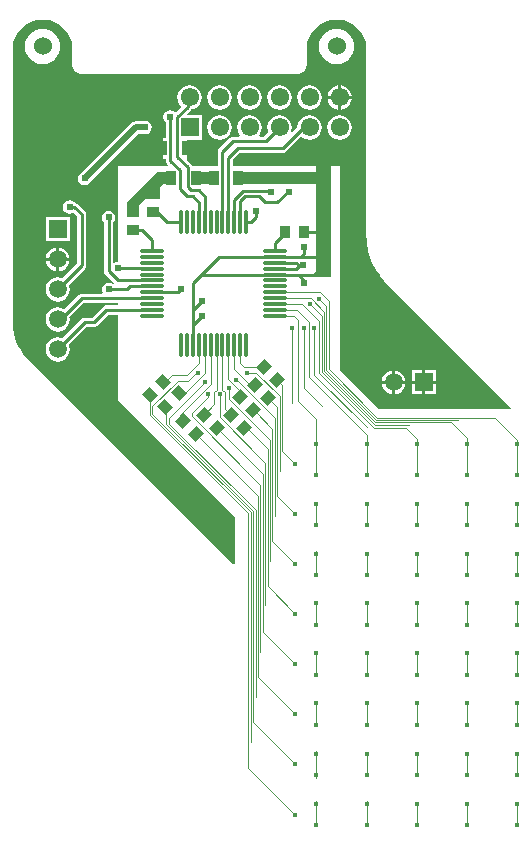
<source format=gbl>
G04*
G04 #@! TF.GenerationSoftware,Altium Limited,Altium Designer,20.0.14 (345)*
G04*
G04 Layer_Physical_Order=2*
G04 Layer_Color=16711680*
%FSLAX25Y25*%
%MOIN*%
G70*
G01*
G75*
%ADD25C,0.02400*%
%ADD27R,0.03543X0.03937*%
%ADD30R,0.03937X0.03543*%
%ADD33C,0.01000*%
%ADD34C,0.02000*%
%ADD35C,0.00400*%
%ADD36C,0.06000*%
%ADD37C,0.05984*%
%ADD38R,0.05984X0.05984*%
%ADD39R,0.06102X0.06102*%
%ADD40C,0.06102*%
%ADD41R,0.05984X0.05984*%
%ADD42C,0.01600*%
%ADD43O,0.01181X0.08071*%
%ADD44O,0.08071X0.01181*%
%ADD45R,0.03543X0.04724*%
G04:AMPARAMS|DCode=46|XSize=39.37mil|YSize=35.43mil|CornerRadius=0mil|HoleSize=0mil|Usage=FLASHONLY|Rotation=225.000|XOffset=0mil|YOffset=0mil|HoleType=Round|Shape=Rectangle|*
%AMROTATEDRECTD46*
4,1,4,0.00139,0.02645,0.02645,0.00139,-0.00139,-0.02645,-0.02645,-0.00139,0.00139,0.02645,0.0*
%
%ADD46ROTATEDRECTD46*%

G04:AMPARAMS|DCode=47|XSize=39.37mil|YSize=35.43mil|CornerRadius=0mil|HoleSize=0mil|Usage=FLASHONLY|Rotation=135.000|XOffset=0mil|YOffset=0mil|HoleType=Round|Shape=Rectangle|*
%AMROTATEDRECTD47*
4,1,4,0.02645,-0.00139,0.00139,-0.02645,-0.02645,0.00139,-0.00139,0.02645,0.02645,-0.00139,0.0*
%
%ADD47ROTATEDRECTD47*%

G36*
X55332Y30716D02*
X56824Y30231D01*
X58221Y29519D01*
X59489Y28598D01*
X60598Y27489D01*
X61519Y26221D01*
X62231Y24824D01*
X62716Y23333D01*
X62961Y21784D01*
Y21000D01*
X62961Y-41109D01*
X62963Y-41118D01*
X62968Y-41795D01*
X62982Y-41862D01*
X62974Y-41929D01*
X63103Y-43662D01*
X63127Y-43750D01*
X63124Y-43841D01*
X63406Y-45556D01*
X63437Y-45641D01*
X63442Y-45732D01*
X63873Y-47415D01*
X63913Y-47497D01*
X63926Y-47587D01*
X64503Y-49226D01*
X64549Y-49304D01*
X64570Y-49393D01*
X65290Y-50975D01*
X65343Y-51049D01*
X65371Y-51135D01*
X66227Y-52647D01*
X66286Y-52716D01*
X66322Y-52800D01*
X67308Y-54231D01*
X67357Y-54278D01*
X67388Y-54339D01*
X67928Y-55021D01*
X67945Y-55036D01*
X67956Y-55056D01*
X68707Y-55963D01*
X68782Y-56025D01*
X68836Y-56105D01*
X111268Y-98538D01*
X111077Y-99000D01*
X67000D01*
X54000Y-86000D01*
X54000Y-18000D01*
X51000D01*
Y-55000D01*
X46300Y-55000D01*
X45400Y-54400D01*
Y-53700D01*
X46100Y-53000D01*
X46019Y-24000D01*
X19000D01*
Y-20000D01*
X46008D01*
X46003Y-18000D01*
X18451D01*
Y-15712D01*
X20633Y-13529D01*
X35000D01*
X35585Y-13413D01*
X36081Y-13081D01*
X41203Y-7960D01*
X41957Y-8539D01*
X42942Y-8947D01*
X44000Y-9086D01*
X45058Y-8947D01*
X46043Y-8539D01*
X46889Y-7889D01*
X47539Y-7043D01*
X47947Y-6058D01*
X48086Y-5000D01*
X47947Y-3942D01*
X47539Y-2957D01*
X46889Y-2111D01*
X46043Y-1461D01*
X45058Y-1053D01*
X44000Y-914D01*
X42942Y-1053D01*
X41957Y-1461D01*
X41111Y-2111D01*
X40461Y-2957D01*
X40053Y-3942D01*
X39926Y-4912D01*
X38282Y-6555D01*
X37858Y-6272D01*
X37947Y-6058D01*
X38086Y-5000D01*
X37947Y-3942D01*
X37539Y-2957D01*
X36889Y-2111D01*
X36043Y-1461D01*
X35058Y-1053D01*
X34000Y-914D01*
X32942Y-1053D01*
X31957Y-1461D01*
X31111Y-2111D01*
X30461Y-2957D01*
X30053Y-3942D01*
X29914Y-5000D01*
X30053Y-6058D01*
X30266Y-6571D01*
X28767Y-8071D01*
X27380D01*
X27134Y-7571D01*
X27539Y-7043D01*
X27947Y-6058D01*
X28086Y-5000D01*
X27947Y-3942D01*
X27539Y-2957D01*
X26889Y-2111D01*
X26043Y-1461D01*
X25058Y-1053D01*
X24000Y-914D01*
X22942Y-1053D01*
X21957Y-1461D01*
X21111Y-2111D01*
X20461Y-2957D01*
X20053Y-3942D01*
X19914Y-5000D01*
X20053Y-6058D01*
X20461Y-7043D01*
X20866Y-7571D01*
X20619Y-8071D01*
X18400D01*
X17815Y-8187D01*
X17319Y-8519D01*
X13871Y-11966D01*
X13540Y-12462D01*
X13423Y-13047D01*
Y-18000D01*
X4830D01*
X4775Y-17722D01*
X4444Y-17226D01*
X3042Y-15824D01*
X3045Y-15817D01*
X3000Y-15824D01*
Y-12500D01*
Y-11500D01*
Y-9051D01*
X8051D01*
Y-949D01*
X3351D01*
X3159Y-487D01*
X4444Y797D01*
X4572Y989D01*
X5058Y1053D01*
X6043Y1461D01*
X6889Y2111D01*
X7539Y2957D01*
X7947Y3942D01*
X8086Y5000D01*
X7947Y6058D01*
X7539Y7043D01*
X6889Y7889D01*
X6043Y8539D01*
X5058Y8947D01*
X4000Y9086D01*
X2942Y8947D01*
X1957Y8539D01*
X1111Y7889D01*
X461Y7043D01*
X53Y6058D01*
X-86Y5000D01*
X53Y3942D01*
X461Y2957D01*
X1111Y2111D01*
X1130Y1810D01*
X-622Y57D01*
X-914Y86D01*
X-1642Y572D01*
X-2500Y743D01*
X-3358Y572D01*
X-4086Y86D01*
X-4572Y-642D01*
X-4743Y-1500D01*
X-4572Y-2358D01*
X-4086Y-3086D01*
X-4025Y-3127D01*
Y-8638D01*
X-4768D01*
Y-15362D01*
X-4029D01*
Y-16086D01*
X-3913Y-16671D01*
X-3581Y-17167D01*
X-3211Y-17538D01*
X-3402Y-18000D01*
X-20000D01*
Y-49257D01*
X-20000Y-49757D01*
X-20858Y-49928D01*
X-21030Y-50042D01*
X-21471Y-49806D01*
Y-36624D01*
X-21414Y-36586D01*
X-20928Y-35858D01*
X-20757Y-35000D01*
X-20928Y-34142D01*
X-21414Y-33414D01*
X-22142Y-32928D01*
X-23000Y-32757D01*
X-23858Y-32928D01*
X-24586Y-33414D01*
X-25072Y-34142D01*
X-25243Y-35000D01*
X-25072Y-35858D01*
X-24586Y-36586D01*
X-24529Y-36624D01*
Y-53000D01*
X-24413Y-53585D01*
X-24081Y-54081D01*
X-21222Y-56941D01*
X-21541Y-57329D01*
X-22142Y-56928D01*
X-23000Y-56757D01*
X-23858Y-56928D01*
X-24586Y-57414D01*
X-25072Y-58142D01*
X-25243Y-59000D01*
X-25072Y-59858D01*
X-25010Y-59951D01*
X-25246Y-60392D01*
X-31921D01*
X-32506Y-60508D01*
X-33003Y-60840D01*
X-37811Y-65648D01*
X-37987Y-65513D01*
X-38958Y-65111D01*
X-40000Y-64973D01*
X-41042Y-65111D01*
X-42013Y-65513D01*
X-42847Y-66153D01*
X-43487Y-66987D01*
X-43889Y-67958D01*
X-44027Y-69000D01*
X-43889Y-70042D01*
X-43487Y-71013D01*
X-42847Y-71847D01*
X-42013Y-72487D01*
X-41042Y-72889D01*
X-40000Y-73027D01*
X-38958Y-72889D01*
X-37987Y-72487D01*
X-37153Y-71847D01*
X-36513Y-71013D01*
X-36111Y-70042D01*
X-35973Y-69000D01*
X-36074Y-68237D01*
X-31288Y-63451D01*
X-20000D01*
Y-64329D01*
X-23858D01*
X-24443Y-64445D01*
X-24940Y-64777D01*
X-28633Y-68471D01*
X-31000D01*
X-31585Y-68587D01*
X-32081Y-68919D01*
X-38474Y-75311D01*
X-38958Y-75111D01*
X-40000Y-74973D01*
X-41042Y-75111D01*
X-42013Y-75513D01*
X-42847Y-76153D01*
X-43487Y-76987D01*
X-43889Y-77958D01*
X-44027Y-79000D01*
X-43889Y-80042D01*
X-43487Y-81013D01*
X-42847Y-81847D01*
X-42013Y-82487D01*
X-41042Y-82889D01*
X-40000Y-83027D01*
X-38958Y-82889D01*
X-37987Y-82487D01*
X-37153Y-81847D01*
X-36513Y-81013D01*
X-36111Y-80042D01*
X-35973Y-79000D01*
X-36111Y-77958D01*
X-36311Y-77474D01*
X-30367Y-71529D01*
X-28000D01*
X-27415Y-71413D01*
X-26919Y-71081D01*
X-23225Y-67388D01*
X-20000D01*
Y-96000D01*
X19000Y-135000D01*
Y-150462D01*
X18538Y-150654D01*
X-50963Y-81134D01*
X-51399Y-80608D01*
X-52284Y-79323D01*
X-53052Y-77965D01*
X-53698Y-76546D01*
X-54216Y-75074D01*
X-54603Y-73563D01*
X-54856Y-72024D01*
X-54972Y-70468D01*
X-54961Y-69688D01*
X-54964Y-69674D01*
X-54961Y-69661D01*
Y21000D01*
Y21784D01*
X-54716Y23333D01*
X-54231Y24824D01*
X-53519Y26221D01*
X-52598Y27489D01*
X-51489Y28598D01*
X-50221Y29519D01*
X-48824Y30231D01*
X-47333Y30716D01*
X-45784Y30961D01*
X-44216D01*
X-42667Y30716D01*
X-41176Y30231D01*
X-39779Y29519D01*
X-38511Y28598D01*
X-37402Y27489D01*
X-36481Y26221D01*
X-35769Y24824D01*
X-35284Y23333D01*
X-35039Y21784D01*
Y15609D01*
X-34884Y14828D01*
X-34442Y14167D01*
X-33833Y13558D01*
X-33172Y13116D01*
X-32391Y12961D01*
X40271D01*
X41051Y13116D01*
X41713Y13558D01*
X42442Y14287D01*
X42884Y14949D01*
X43039Y15729D01*
Y21784D01*
X43284Y23333D01*
X43769Y24824D01*
X44481Y26221D01*
X45402Y27489D01*
X46511Y28598D01*
X47779Y29519D01*
X49176Y30231D01*
X50668Y30716D01*
X52216Y30961D01*
X53784D01*
X55332Y30716D01*
D02*
G37*
G36*
X13000Y-24000D02*
X5000D01*
Y-20000D01*
X13000D01*
Y-24000D01*
D02*
G37*
G36*
X-1000Y-20000D02*
Y-24000D01*
X-5000D01*
X-6000Y-25000D01*
Y-29000D01*
X-11000D01*
X-13000Y-31000D01*
X-13000Y-35000D01*
X-17000D01*
Y-30000D01*
X-12000Y-25000D01*
X-7000Y-20000D01*
X-1000Y-20000D01*
D02*
G37*
%LPC*%
G36*
X53000Y27950D02*
X51839Y27836D01*
X50723Y27497D01*
X49694Y26947D01*
X48793Y26207D01*
X48053Y25306D01*
X47503Y24277D01*
X47164Y23161D01*
X47050Y22000D01*
X47164Y20839D01*
X47503Y19723D01*
X48053Y18694D01*
X48793Y17793D01*
X49694Y17053D01*
X50723Y16503D01*
X51839Y16164D01*
X53000Y16050D01*
X54161Y16164D01*
X55277Y16503D01*
X56306Y17053D01*
X57207Y17793D01*
X57947Y18694D01*
X58497Y19723D01*
X58836Y20839D01*
X58950Y22000D01*
X58836Y23161D01*
X58497Y24277D01*
X57947Y25306D01*
X57207Y26207D01*
X56306Y26947D01*
X55277Y27497D01*
X54161Y27836D01*
X53000Y27950D01*
D02*
G37*
G36*
X-45000D02*
X-46161Y27836D01*
X-47277Y27497D01*
X-48306Y26947D01*
X-49207Y26207D01*
X-49947Y25306D01*
X-50497Y24277D01*
X-50836Y23161D01*
X-50950Y22000D01*
X-50836Y20839D01*
X-50497Y19723D01*
X-49947Y18694D01*
X-49207Y17793D01*
X-48306Y17053D01*
X-47277Y16503D01*
X-46161Y16164D01*
X-45000Y16050D01*
X-43839Y16164D01*
X-42723Y16503D01*
X-41694Y17053D01*
X-40793Y17793D01*
X-40053Y18694D01*
X-39503Y19723D01*
X-39164Y20839D01*
X-39050Y22000D01*
X-39164Y23161D01*
X-39503Y24277D01*
X-40053Y25306D01*
X-40793Y26207D01*
X-41694Y26947D01*
X-42723Y27497D01*
X-43839Y27836D01*
X-45000Y27950D01*
D02*
G37*
G36*
X54500Y9020D02*
Y5500D01*
X58020D01*
X57947Y6058D01*
X57539Y7043D01*
X56889Y7889D01*
X56043Y8539D01*
X55058Y8947D01*
X54500Y9020D01*
D02*
G37*
G36*
X53500D02*
X52942Y8947D01*
X51957Y8539D01*
X51111Y7889D01*
X50461Y7043D01*
X50053Y6058D01*
X49980Y5500D01*
X53500D01*
Y9020D01*
D02*
G37*
G36*
X58020Y4500D02*
X54500D01*
Y980D01*
X55058Y1053D01*
X56043Y1461D01*
X56889Y2111D01*
X57539Y2957D01*
X57947Y3942D01*
X58020Y4500D01*
D02*
G37*
G36*
X53500D02*
X49980D01*
X50053Y3942D01*
X50461Y2957D01*
X51111Y2111D01*
X51957Y1461D01*
X52942Y1053D01*
X53500Y980D01*
Y4500D01*
D02*
G37*
G36*
X44000Y9086D02*
X42942Y8947D01*
X41957Y8539D01*
X41111Y7889D01*
X40461Y7043D01*
X40053Y6058D01*
X39914Y5000D01*
X40053Y3942D01*
X40461Y2957D01*
X41111Y2111D01*
X41957Y1461D01*
X42942Y1053D01*
X44000Y914D01*
X45058Y1053D01*
X46043Y1461D01*
X46889Y2111D01*
X47539Y2957D01*
X47947Y3942D01*
X48086Y5000D01*
X47947Y6058D01*
X47539Y7043D01*
X46889Y7889D01*
X46043Y8539D01*
X45058Y8947D01*
X44000Y9086D01*
D02*
G37*
G36*
X34000D02*
X32942Y8947D01*
X31957Y8539D01*
X31111Y7889D01*
X30461Y7043D01*
X30053Y6058D01*
X29914Y5000D01*
X30053Y3942D01*
X30461Y2957D01*
X31111Y2111D01*
X31957Y1461D01*
X32942Y1053D01*
X34000Y914D01*
X35058Y1053D01*
X36043Y1461D01*
X36889Y2111D01*
X37539Y2957D01*
X37947Y3942D01*
X38086Y5000D01*
X37947Y6058D01*
X37539Y7043D01*
X36889Y7889D01*
X36043Y8539D01*
X35058Y8947D01*
X34000Y9086D01*
D02*
G37*
G36*
X24000D02*
X22942Y8947D01*
X21957Y8539D01*
X21111Y7889D01*
X20461Y7043D01*
X20053Y6058D01*
X19914Y5000D01*
X20053Y3942D01*
X20461Y2957D01*
X21111Y2111D01*
X21957Y1461D01*
X22942Y1053D01*
X24000Y914D01*
X25058Y1053D01*
X26043Y1461D01*
X26889Y2111D01*
X27539Y2957D01*
X27947Y3942D01*
X28086Y5000D01*
X27947Y6058D01*
X27539Y7043D01*
X26889Y7889D01*
X26043Y8539D01*
X25058Y8947D01*
X24000Y9086D01*
D02*
G37*
G36*
X14000D02*
X12942Y8947D01*
X11957Y8539D01*
X11111Y7889D01*
X10461Y7043D01*
X10053Y6058D01*
X9914Y5000D01*
X10053Y3942D01*
X10461Y2957D01*
X11111Y2111D01*
X11957Y1461D01*
X12942Y1053D01*
X14000Y914D01*
X15058Y1053D01*
X16043Y1461D01*
X16889Y2111D01*
X17539Y2957D01*
X17947Y3942D01*
X18086Y5000D01*
X17947Y6058D01*
X17539Y7043D01*
X16889Y7889D01*
X16043Y8539D01*
X15058Y8947D01*
X14000Y9086D01*
D02*
G37*
G36*
X-10816Y-2757D02*
X-11675Y-2928D01*
X-11724Y-2961D01*
X-14000D01*
X-14780Y-3116D01*
X-15442Y-3558D01*
X-31800Y-19916D01*
X-31858Y-19928D01*
X-32586Y-20414D01*
X-33072Y-21142D01*
X-33243Y-22000D01*
X-33072Y-22858D01*
X-32586Y-23586D01*
X-31858Y-24072D01*
X-31000Y-24243D01*
X-30142Y-24072D01*
X-29414Y-23586D01*
X-28928Y-22858D01*
X-28916Y-22800D01*
X-13155Y-7039D01*
X-11724D01*
X-11675Y-7072D01*
X-10816Y-7243D01*
X-9958Y-7072D01*
X-9230Y-6586D01*
X-8744Y-5858D01*
X-8573Y-5000D01*
X-8744Y-4142D01*
X-9230Y-3414D01*
X-9958Y-2928D01*
X-10816Y-2757D01*
D02*
G37*
G36*
X54000Y-914D02*
X52942Y-1053D01*
X51957Y-1461D01*
X51111Y-2111D01*
X50461Y-2957D01*
X50053Y-3942D01*
X49914Y-5000D01*
X50053Y-6058D01*
X50461Y-7043D01*
X51111Y-7889D01*
X51957Y-8539D01*
X52942Y-8947D01*
X54000Y-9086D01*
X55058Y-8947D01*
X56043Y-8539D01*
X56889Y-7889D01*
X57539Y-7043D01*
X57947Y-6058D01*
X58086Y-5000D01*
X57947Y-3942D01*
X57539Y-2957D01*
X56889Y-2111D01*
X56043Y-1461D01*
X55058Y-1053D01*
X54000Y-914D01*
D02*
G37*
G36*
X14000D02*
X12942Y-1053D01*
X11957Y-1461D01*
X11111Y-2111D01*
X10461Y-2957D01*
X10053Y-3942D01*
X9914Y-5000D01*
X10053Y-6058D01*
X10461Y-7043D01*
X11111Y-7889D01*
X11957Y-8539D01*
X12942Y-8947D01*
X14000Y-9086D01*
X15058Y-8947D01*
X16043Y-8539D01*
X16889Y-7889D01*
X17539Y-7043D01*
X17947Y-6058D01*
X18086Y-5000D01*
X17947Y-3942D01*
X17539Y-2957D01*
X16889Y-2111D01*
X16043Y-1461D01*
X15058Y-1053D01*
X14000Y-914D01*
D02*
G37*
G36*
X-36008Y-35008D02*
X-43992D01*
Y-42992D01*
X-36008D01*
Y-35008D01*
D02*
G37*
G36*
X-39500Y-45039D02*
Y-48500D01*
X-36039D01*
X-36111Y-47958D01*
X-36513Y-46987D01*
X-37153Y-46153D01*
X-37987Y-45513D01*
X-38958Y-45111D01*
X-39500Y-45039D01*
D02*
G37*
G36*
X-40500D02*
X-41042Y-45111D01*
X-42013Y-45513D01*
X-42847Y-46153D01*
X-43487Y-46987D01*
X-43889Y-47958D01*
X-43961Y-48500D01*
X-40500D01*
Y-45039D01*
D02*
G37*
G36*
X-36039Y-49500D02*
X-39500D01*
Y-52961D01*
X-38958Y-52889D01*
X-37987Y-52487D01*
X-37153Y-51847D01*
X-36513Y-51013D01*
X-36111Y-50042D01*
X-36039Y-49500D01*
D02*
G37*
G36*
X-40500D02*
X-43961D01*
X-43889Y-50042D01*
X-43487Y-51013D01*
X-42847Y-51847D01*
X-42013Y-52487D01*
X-41042Y-52889D01*
X-40500Y-52961D01*
Y-49500D01*
D02*
G37*
G36*
X-36000Y-29257D02*
X-36858Y-29428D01*
X-37586Y-29914D01*
X-38072Y-30642D01*
X-38243Y-31500D01*
X-38072Y-32358D01*
X-37586Y-33086D01*
X-36858Y-33572D01*
X-36000Y-33743D01*
X-35142Y-33572D01*
X-34811Y-33352D01*
X-33529Y-34633D01*
Y-50366D01*
X-38474Y-55311D01*
X-38958Y-55111D01*
X-40000Y-54973D01*
X-41042Y-55111D01*
X-42013Y-55513D01*
X-42847Y-56153D01*
X-43487Y-56987D01*
X-43889Y-57958D01*
X-44027Y-59000D01*
X-43889Y-60042D01*
X-43487Y-61013D01*
X-42847Y-61847D01*
X-42013Y-62487D01*
X-41042Y-62889D01*
X-40000Y-63027D01*
X-38958Y-62889D01*
X-37987Y-62487D01*
X-37153Y-61847D01*
X-36513Y-61013D01*
X-36111Y-60042D01*
X-35973Y-59000D01*
X-36111Y-57958D01*
X-36311Y-57474D01*
X-30919Y-52081D01*
X-30587Y-51585D01*
X-30471Y-51000D01*
Y-34000D01*
X-30587Y-33415D01*
X-30919Y-32919D01*
X-33419Y-30419D01*
X-33915Y-30087D01*
X-34357Y-29999D01*
X-34414Y-29914D01*
X-35142Y-29428D01*
X-36000Y-29257D01*
D02*
G37*
G36*
X85992Y-86008D02*
X82500D01*
Y-89500D01*
X85992D01*
Y-86008D01*
D02*
G37*
G36*
X72500Y-86039D02*
Y-89500D01*
X75961D01*
X75889Y-88958D01*
X75487Y-87987D01*
X74847Y-87153D01*
X74013Y-86513D01*
X73042Y-86111D01*
X72500Y-86039D01*
D02*
G37*
G36*
X71500D02*
X70958Y-86111D01*
X69987Y-86513D01*
X69153Y-87153D01*
X68513Y-87987D01*
X68111Y-88958D01*
X68039Y-89500D01*
X71500D01*
Y-86039D01*
D02*
G37*
G36*
X81500Y-86008D02*
X78008D01*
Y-89500D01*
X81500D01*
Y-86008D01*
D02*
G37*
G36*
X75961Y-90500D02*
X72500D01*
Y-93961D01*
X73042Y-93889D01*
X74013Y-93487D01*
X74847Y-92847D01*
X75487Y-92013D01*
X75889Y-91042D01*
X75961Y-90500D01*
D02*
G37*
G36*
X71500D02*
X68039D01*
X68111Y-91042D01*
X68513Y-92013D01*
X69153Y-92847D01*
X69987Y-93487D01*
X70958Y-93889D01*
X71500Y-93961D01*
Y-90500D01*
D02*
G37*
G36*
X85992D02*
X82500D01*
Y-93992D01*
X85992D01*
Y-90500D01*
D02*
G37*
G36*
X81500D02*
X78008D01*
Y-93992D01*
X81500D01*
Y-90500D01*
D02*
G37*
%LPD*%
D25*
X40000Y-14000D02*
D03*
X42000Y-45000D02*
D03*
Y-57000D02*
D03*
X31000Y-26500D02*
D03*
X26000Y-33000D02*
D03*
X37000Y-26500D02*
D03*
X60000Y-64000D02*
D03*
X-23000Y-59000D02*
D03*
X-36000Y-31500D02*
D03*
X-31000Y-22000D02*
D03*
X-23000Y-35000D02*
D03*
X-30000Y-95000D02*
D03*
Y-85000D02*
D03*
Y-75000D02*
D03*
Y-66000D02*
D03*
Y-55000D02*
D03*
X-37000Y9000D02*
D03*
X-30000D02*
D03*
X-50000Y-39000D02*
D03*
Y-32000D02*
D03*
Y-79000D02*
D03*
Y-70000D02*
D03*
Y-61000D02*
D03*
Y-20000D02*
D03*
X-30000Y-10000D02*
D03*
X-40000D02*
D03*
X-50000D02*
D03*
X-30000Y0D02*
D03*
X-40000D02*
D03*
X-50000D02*
D03*
X-20000D02*
D03*
X-10000D02*
D03*
X60000D02*
D03*
Y10000D02*
D03*
X50000D02*
D03*
X-10000D02*
D03*
X0D02*
D03*
X40000D02*
D03*
X30000D02*
D03*
X20000D02*
D03*
X10000D02*
D03*
Y0D02*
D03*
X20000D02*
D03*
X30000D02*
D03*
X40000D02*
D03*
X50000D02*
D03*
X90000Y-84000D02*
D03*
X80000Y-74000D02*
D03*
Y-84000D02*
D03*
X70000Y-64000D02*
D03*
Y-74000D02*
D03*
Y-84000D02*
D03*
X60000D02*
D03*
Y-74000D02*
D03*
Y-54000D02*
D03*
Y-44000D02*
D03*
Y-34000D02*
D03*
Y-24000D02*
D03*
X-10816Y-5000D02*
D03*
X-11000Y-14000D02*
D03*
X10000D02*
D03*
X60000D02*
D03*
X50000D02*
D03*
X-2500Y-1500D02*
D03*
X1000Y-59000D02*
D03*
X-20000Y-52000D02*
D03*
X8000Y-63000D02*
D03*
Y-68000D02*
D03*
X41700Y-51000D02*
D03*
D27*
X42000Y-40000D02*
D03*
X35701D02*
D03*
D30*
X-8350Y-26776D02*
D03*
Y-33075D02*
D03*
X-15000Y-32850D02*
D03*
Y-39150D02*
D03*
D33*
X42000Y-47142D02*
Y-45000D01*
X41000Y-48142D02*
X42000Y-47142D01*
Y-57000D02*
Y-56000D01*
X40024Y-54024D02*
X42000Y-56000D01*
X16921Y-15079D02*
X20000Y-12000D01*
X35000D02*
X41720Y-5280D01*
X20000Y-12000D02*
X35000D01*
X21800Y-26200D02*
X31000D01*
X18890Y-29110D02*
X21800Y-26200D01*
X27000Y-28000D02*
X29000Y-30000D01*
X22444Y-28000D02*
X27000D01*
X20858Y-29586D02*
X22444Y-28000D01*
X29000Y-30000D02*
X33200D01*
X37000Y-26200D01*
X20858Y-36429D02*
Y-29586D01*
X18890Y-36429D02*
Y-29110D01*
X26000Y-35000D02*
Y-33000D01*
X3362Y1879D02*
Y4362D01*
X-51Y-14894D02*
X3362Y-18308D01*
X-51Y-14894D02*
Y-1535D01*
X-2500Y-1500D02*
X-2496Y-1504D01*
X3362Y-24776D02*
X4586Y-26000D01*
X3362Y-24776D02*
Y-18308D01*
X-51Y-1535D02*
X3362Y1879D01*
Y4362D02*
X4000Y5000D01*
X-2500Y-16086D02*
Y-14780D01*
Y-16086D02*
X638Y-19224D01*
X-2500Y-14780D02*
X-2496Y-14776D01*
Y-1504D01*
X638Y-25638D02*
Y-19224D01*
Y-25638D02*
X3000Y-28000D01*
X4586Y-26000D02*
X7000D01*
X9047Y-28047D01*
Y-36429D02*
Y-28047D01*
X-23000Y-59000D02*
X-17000D01*
X-15984Y-57984D01*
X-31921Y-61921D02*
X-8571D01*
X-39000Y-69000D02*
X-31921Y-61921D01*
X-20000Y-56000D02*
X-8587D01*
X-23000Y-53000D02*
X-20000Y-56000D01*
X-23000Y-53000D02*
Y-35000D01*
X-8587Y-56000D02*
X-8571Y-56016D01*
X-15984Y-57984D02*
X-8571D01*
X-36000Y-31500D02*
X-34500D01*
X-32000Y-34000D01*
Y-51000D02*
Y-34000D01*
X-40000Y-59000D02*
X-32000Y-51000D01*
X-40000Y-79000D02*
X-31000Y-70000D01*
X-28000D01*
X-23858Y-65858D01*
X-8571D01*
X-40000Y-79000D02*
X-39000D01*
X-40000Y-69000D02*
X-39000D01*
X3000Y-28000D02*
X5000D01*
X7079Y-30079D01*
Y-36429D02*
Y-30079D01*
X46976Y-54024D02*
X47000Y-54000D01*
X40024Y-54024D02*
X46976D01*
X32594D02*
X40024D01*
X32571Y-48142D02*
X41000D01*
X47000D01*
X-8571Y-59953D02*
X47D01*
X1000Y-59000D01*
X-20000Y-52000D02*
X-8650D01*
X22827Y-36429D02*
X24571D01*
X26000Y-35000D01*
X16921Y-36429D02*
Y-15079D01*
X14953Y-36429D02*
Y-13047D01*
X18400Y-9600D01*
X42000Y-40000D02*
X47000D01*
X32571Y-43429D02*
X36000Y-40000D01*
X36850D01*
X32571Y-46173D02*
Y-43429D01*
X18400Y-9600D02*
X29400D01*
X34000Y-5000D01*
X41720Y-5280D02*
X43720D01*
X44000Y-5000D01*
X5110Y-56890D02*
X8000Y-54000D01*
X13858Y-48142D01*
X8000Y-54000D02*
X8047Y-54047D01*
X32571D01*
X13858Y-48142D02*
X32571D01*
X62989Y-110634D02*
X62989Y-110634D01*
X62988Y-120949D02*
X62989Y-120948D01*
X79693Y-110634D02*
X79694Y-110634D01*
X79693Y-120949D02*
X79693Y-120948D01*
X5110Y-65890D02*
X8000Y-63000D01*
X5110Y-70890D02*
X8000Y-68000D01*
X5110Y-65890D02*
Y-56890D01*
Y-77571D02*
Y-70890D01*
Y-65890D01*
X40400Y-51000D02*
X41700D01*
X39510Y-50110D02*
X40400Y-51000D01*
X32571Y-52079D02*
X39421D01*
X40450Y-51050D01*
X32571Y-50110D02*
X39510D01*
X32571Y-54047D02*
X32594Y-54024D01*
X-15000Y-39150D02*
X-11850D01*
X-8571Y-42429D01*
Y-46173D02*
Y-42429D01*
X-6803Y-33150D02*
X-3524Y-36429D01*
X-7000Y-33150D02*
X-6803D01*
X-3524Y-36429D02*
X1173D01*
X-9350Y-32925D02*
X-9201Y-33075D01*
X-8350D01*
D34*
X-31000Y-22000D02*
X-14000Y-5000D01*
X-10816D01*
D35*
X38100Y-96800D02*
Y-72263D01*
X34872Y-112910D02*
Y-90872D01*
X33227Y-89227D02*
X34872Y-90872D01*
Y-112910D02*
X39283Y-117322D01*
X42000Y-91700D02*
X48300Y-98000D01*
X40300Y-96300D02*
X46284Y-102284D01*
X40300Y-96300D02*
Y-69300D01*
X46284Y-110634D02*
Y-102284D01*
X65504Y-105100D02*
X76100D01*
X47200Y-86796D02*
X65504Y-105100D01*
X76100D02*
X79694Y-108694D01*
X65736Y-104200D02*
X77200D01*
X32436Y-134629D02*
Y-120266D01*
X34072Y-119515D02*
Y-94591D01*
X27624Y-179694D02*
Y-124124D01*
X24424Y-209747D02*
Y-133286D01*
X30824Y-149643D02*
Y-109324D01*
X29224Y-164224D02*
Y-116724D01*
X26024Y-194720D02*
Y-132624D01*
X17000Y-95500D02*
X30824Y-109324D01*
X47200Y-62200D02*
X49600Y-64600D01*
X66298Y-102500D02*
X93500D01*
X49600Y-85802D02*
X66298Y-102500D01*
X49600Y-85802D02*
Y-64600D01*
X113103Y-170827D02*
Y-163570D01*
Y-137575D02*
Y-130318D01*
Y-154201D02*
Y-146944D01*
X66630Y-101700D02*
X105700D01*
X113103Y-109103D01*
Y-110103D02*
Y-109103D01*
X79693Y-170827D02*
Y-163571D01*
Y-137575D02*
Y-130319D01*
Y-154201D02*
Y-146945D01*
X79694Y-110634D02*
Y-108694D01*
X62988Y-204236D02*
X62989Y-204236D01*
Y-196981D01*
X62989Y-196980D01*
X62988Y-187531D02*
X62989Y-187531D01*
Y-180276D01*
X62989Y-180276D01*
X62988Y-170827D02*
X62989Y-170826D01*
Y-163650D01*
X62989Y-163650D01*
X62988Y-154201D02*
X62989Y-154200D01*
Y-147024D01*
X62989Y-147024D01*
X62989Y-237646D02*
Y-229603D01*
X62989Y-110634D02*
Y-107393D01*
X46284Y-110634D02*
X46284Y-110634D01*
X46284Y-120948D02*
Y-110634D01*
X46284Y-120949D02*
X46284Y-120948D01*
X62989D02*
Y-110634D01*
X79693Y-120948D02*
Y-110634D01*
X96398D02*
X96399Y-110634D01*
X96398Y-120948D02*
Y-110634D01*
X96398Y-120949D02*
X96398Y-120948D01*
Y-170827D02*
Y-163570D01*
Y-137575D02*
Y-130318D01*
Y-154201D02*
Y-146944D01*
X113103Y-110634D02*
X113103Y-110634D01*
X113103Y-120948D02*
Y-110634D01*
X113102Y-120949D02*
X113103Y-120948D01*
X96398Y-187531D02*
Y-180276D01*
X79693Y-204236D02*
Y-196980D01*
Y-187531D02*
Y-180276D01*
X113103Y-187531D02*
Y-180276D01*
X96398Y-204236D02*
Y-196980D01*
X113103Y-204236D02*
Y-196980D01*
X62989Y-220941D02*
Y-213685D01*
X79693Y-220941D02*
Y-213685D01*
X96398Y-220941D02*
Y-213685D01*
X113103Y-220941D02*
Y-213685D01*
X79693Y-237646D02*
Y-230390D01*
X96398Y-237646D02*
Y-230390D01*
X96399Y-110634D02*
Y-108399D01*
X113103Y-237646D02*
Y-230390D01*
X46284Y-204236D02*
X46284Y-204236D01*
X-2800Y-101800D02*
X9000Y-90000D01*
X10000Y-95000D02*
Y-94000D01*
X12300Y-97246D02*
Y-93296D01*
X12984Y-92612D01*
Y-77571D01*
X4700Y-100300D02*
X10000Y-95000D01*
X14000Y-101500D02*
Y-94000D01*
X773Y-100823D02*
X11016Y-90580D01*
Y-77571D01*
X2466Y-93534D02*
X9047Y-86953D01*
X6300Y-86700D02*
X6800D01*
X3028Y-87672D02*
X7079Y-83621D01*
X16921Y-88925D02*
X20773Y-92777D01*
X16921Y-88925D02*
Y-77571D01*
X17000Y-95500D02*
Y-92000D01*
X15700Y-98700D02*
Y-93296D01*
X14953Y-92549D02*
X15700Y-93296D01*
X14953Y-92549D02*
Y-77571D01*
X8773Y-100773D02*
X12300Y-97246D01*
X14000Y-101500D02*
X29224Y-116724D01*
X15700Y-98700D02*
X17773Y-100773D01*
X773Y-101773D02*
Y-100823D01*
X23923Y-90623D02*
X24773Y-89773D01*
X20773Y-94773D02*
Y-92777D01*
X19600Y-89200D02*
X19681D01*
X18890Y-85590D02*
X23923Y-90623D01*
X23000Y-87000D02*
X23300Y-86700D01*
X22300Y-85000D02*
X29000D01*
X23300Y-86700D02*
X26181D01*
X34072Y-94591D01*
X18890Y-85590D02*
Y-77571D01*
X19681Y-89200D02*
X32424Y-101943D01*
X3500Y-89500D02*
X6300Y-86700D01*
X7079Y-83621D02*
Y-77571D01*
X-1828Y-87672D02*
X3028D01*
X9047Y-86953D02*
Y-77571D01*
X43700Y-88104D02*
Y-69700D01*
X45500Y-87500D02*
Y-72000D01*
X47200Y-86796D02*
Y-69604D01*
X48000Y-86465D02*
X65736Y-104200D01*
X48000Y-86465D02*
Y-68000D01*
X48800Y-86133D02*
X65967Y-103300D01*
X48800Y-86133D02*
Y-66396D01*
X50400Y-85470D02*
X66630Y-101700D01*
X50400Y-85470D02*
Y-62996D01*
X188Y-93534D02*
X2466D01*
X-2800Y-103800D02*
X26024Y-132624D01*
X-2800Y-103800D02*
Y-101800D01*
X-8400Y-100463D02*
Y-97919D01*
Y-100463D02*
X24424Y-133286D01*
X-9227Y-100767D02*
Y-94227D01*
Y-100767D02*
X23624Y-133618D01*
Y-218358D02*
Y-133618D01*
X-3988Y-103744D02*
Y-98266D01*
Y-103744D02*
X25224Y-132955D01*
Y-203254D02*
Y-132955D01*
X32424Y-120253D02*
Y-101943D01*
X44325Y-61921D02*
X48800Y-66396D01*
X32571Y-61921D02*
X44325D01*
X32571Y-59953D02*
X47357D01*
X50400Y-62996D01*
X45500Y-87500D02*
X63000Y-105000D01*
X65967Y-103300D02*
X91300D01*
X41486Y-63890D02*
X47200Y-69604D01*
X32571Y-63890D02*
X41486D01*
X44000Y-64000D02*
X48000Y-68000D01*
X42000Y-91700D02*
Y-72000D01*
X91300Y-103300D02*
X96399Y-108399D01*
X62989Y-137575D02*
Y-130398D01*
X43700Y-88104D02*
X62989Y-107393D01*
X39900Y-65900D02*
X43700Y-69700D01*
X38827Y-67827D02*
X40300Y-69300D01*
X32571Y-67827D02*
X38827D01*
X32613Y-65900D02*
X39900D01*
X32571Y-65858D02*
X32613Y-65900D01*
X62989Y-137575D02*
X62989Y-130398D01*
X19Y-89500D02*
X3500D01*
X-3057Y-88900D02*
X-1828Y-87672D01*
X-4300Y-88900D02*
X-3057D01*
X-8400Y-97919D02*
X19Y-89500D01*
X13227Y-105227D02*
X28424Y-120424D01*
X4700Y-101200D02*
Y-100300D01*
Y-101200D02*
X27624Y-124124D01*
X5227Y-106227D02*
X26824Y-127824D01*
X-4127Y-98127D02*
X-3988Y-98266D01*
X25224Y-203254D02*
X39283Y-217314D01*
X26824Y-188149D02*
Y-127824D01*
Y-188149D02*
X39283Y-200609D01*
X188Y-93534D02*
X327Y-93673D01*
X20858Y-83558D02*
Y-77571D01*
Y-83558D02*
X22300Y-85000D01*
X29000D02*
X29773Y-85773D01*
X21800Y-104000D02*
X30024Y-112224D01*
Y-157940D02*
Y-112224D01*
X25700Y-99600D02*
X31624Y-105524D01*
X29227Y-94227D02*
X33224Y-98224D01*
X23624Y-218358D02*
X39283Y-234018D01*
X28424Y-173044D02*
Y-120424D01*
Y-173044D02*
X39283Y-183904D01*
X30024Y-157940D02*
X39283Y-167200D01*
X31624Y-142914D02*
Y-105524D01*
Y-142914D02*
X39283Y-150574D01*
X32424Y-120253D02*
X32436Y-120266D01*
X33224Y-119922D02*
X33236Y-119934D01*
X33224Y-119922D02*
Y-98224D01*
X33236Y-127900D02*
Y-119934D01*
Y-127900D02*
X39283Y-133948D01*
X46284Y-154200D02*
Y-147024D01*
Y-146237D01*
Y-170826D02*
Y-163650D01*
Y-137574D02*
Y-130398D01*
Y-180276D02*
X46284Y-180276D01*
X46284Y-130398D02*
X46284Y-130398D01*
X46284Y-137575D02*
X46284Y-137574D01*
Y-147024D02*
X46284Y-147024D01*
X46284Y-154201D02*
X46284Y-154200D01*
Y-163650D02*
X46284Y-163650D01*
X46284Y-170827D02*
X46284Y-170826D01*
Y-196981D02*
X46284Y-196980D01*
X46284Y-220941D02*
X46284Y-220940D01*
Y-213685D02*
X46284Y-213685D01*
X46284Y-237646D02*
X46284Y-237645D01*
Y-230390D02*
X46284Y-230390D01*
X46284Y-187531D02*
X46284Y-187531D01*
Y-180276D01*
Y-204236D02*
Y-196981D01*
Y-213685D02*
Y-212898D01*
Y-220940D02*
Y-213685D01*
Y-221728D02*
Y-220940D01*
Y-230390D02*
Y-229603D01*
Y-237645D02*
Y-230390D01*
D36*
X-45000Y22000D02*
D03*
X53000D02*
D03*
D37*
X72000Y-90000D02*
D03*
X-40000Y-79000D02*
D03*
Y-69000D02*
D03*
Y-59000D02*
D03*
Y-49000D02*
D03*
D38*
X82000Y-90000D02*
D03*
D39*
X4000Y-5000D02*
D03*
D40*
X14000D02*
D03*
X24000D02*
D03*
X34000D02*
D03*
X44000D02*
D03*
X54000D02*
D03*
X4000Y5000D02*
D03*
X14000D02*
D03*
X24000D02*
D03*
X34000D02*
D03*
X44000D02*
D03*
X54000D02*
D03*
D41*
X-40000Y-39000D02*
D03*
D42*
X38100Y-72000D02*
D03*
X46284Y-204236D02*
D03*
X9000Y-90000D02*
D03*
X10000Y-94000D02*
D03*
X14000D02*
D03*
X6800Y-86700D02*
D03*
X17000Y-92000D02*
D03*
X19600Y-89200D02*
D03*
X23000Y-87000D02*
D03*
X45500Y-72000D02*
D03*
X47200Y-62200D02*
D03*
X44000Y-64000D02*
D03*
X42000Y-72000D02*
D03*
X39283Y-217314D02*
D03*
Y-150574D02*
D03*
Y-167200D02*
D03*
X46284Y-120949D02*
D03*
X62988D02*
D03*
X113102D02*
D03*
X96398D02*
D03*
X79693D02*
D03*
X62989Y-110634D02*
D03*
X113103D02*
D03*
X96399D02*
D03*
X79694D02*
D03*
X46284D02*
D03*
X79694Y-180276D02*
D03*
X96399D02*
D03*
X113103D02*
D03*
X113102Y-170827D02*
D03*
X39283Y-117322D02*
D03*
X96399Y-130398D02*
D03*
X46284D02*
D03*
X62989D02*
D03*
X79694D02*
D03*
X113103D02*
D03*
X46284Y-137575D02*
D03*
X62988D02*
D03*
X113102D02*
D03*
X96398D02*
D03*
X79693D02*
D03*
X39283Y-133948D02*
D03*
X96399Y-147024D02*
D03*
X46284D02*
D03*
X62989D02*
D03*
X79694D02*
D03*
X113103D02*
D03*
X46284Y-154201D02*
D03*
X62988D02*
D03*
X113102D02*
D03*
X96398D02*
D03*
X79693D02*
D03*
X96399Y-163650D02*
D03*
X46284D02*
D03*
X62989D02*
D03*
X79694D02*
D03*
X113103D02*
D03*
X62988Y-170827D02*
D03*
X96398D02*
D03*
X79693D02*
D03*
X46284Y-180276D02*
D03*
X113102Y-187531D02*
D03*
X96398D02*
D03*
X79693D02*
D03*
X62989Y-180276D02*
D03*
X62988Y-187531D02*
D03*
X113103Y-196980D02*
D03*
X113102Y-204236D02*
D03*
X96399Y-196980D02*
D03*
X96398Y-204236D02*
D03*
X79693D02*
D03*
X62989Y-196980D02*
D03*
X62988Y-204236D02*
D03*
X46284Y-196980D02*
D03*
X113103Y-213685D02*
D03*
X113102Y-220941D02*
D03*
X96399Y-213685D02*
D03*
X96398Y-220941D02*
D03*
X79694Y-213685D02*
D03*
X79693Y-220941D02*
D03*
X62989Y-213685D02*
D03*
X62988Y-220941D02*
D03*
X46284D02*
D03*
X46284Y-213685D02*
D03*
X113103Y-230390D02*
D03*
X113102Y-237646D02*
D03*
X96399Y-230390D02*
D03*
X96398Y-237646D02*
D03*
X79694Y-230390D02*
D03*
X79693Y-237646D02*
D03*
X62989Y-230390D02*
D03*
X62988Y-237646D02*
D03*
X46284D02*
D03*
X46284Y-230390D02*
D03*
X79694Y-196980D02*
D03*
X46284Y-187531D02*
D03*
X39283Y-183904D02*
D03*
Y-200609D02*
D03*
Y-234018D02*
D03*
X46284Y-170827D02*
D03*
D43*
X22827Y-77571D02*
D03*
X20858D02*
D03*
X18890D02*
D03*
X16921D02*
D03*
X14953D02*
D03*
X12984D02*
D03*
X11016D02*
D03*
X9047D02*
D03*
X7079D02*
D03*
X5110D02*
D03*
X3142D02*
D03*
X1173D02*
D03*
Y-36429D02*
D03*
X3142D02*
D03*
X5110D02*
D03*
X7079D02*
D03*
X9047D02*
D03*
X11016D02*
D03*
X12984D02*
D03*
X14953D02*
D03*
X16921D02*
D03*
X18890D02*
D03*
X20858D02*
D03*
X22827D02*
D03*
D44*
X-8571Y-67827D02*
D03*
Y-65858D02*
D03*
Y-63890D02*
D03*
Y-61921D02*
D03*
Y-59953D02*
D03*
Y-57984D02*
D03*
Y-56016D02*
D03*
Y-54047D02*
D03*
Y-52079D02*
D03*
Y-50110D02*
D03*
Y-48142D02*
D03*
Y-46173D02*
D03*
X32571D02*
D03*
Y-48142D02*
D03*
Y-50110D02*
D03*
Y-52079D02*
D03*
Y-54047D02*
D03*
Y-56016D02*
D03*
Y-57984D02*
D03*
Y-59953D02*
D03*
Y-61921D02*
D03*
Y-63890D02*
D03*
Y-65858D02*
D03*
Y-67827D02*
D03*
D45*
X3000Y-12000D02*
D03*
X-5268D02*
D03*
X6134Y-22000D02*
D03*
X-2134D02*
D03*
X20268D02*
D03*
X12000D02*
D03*
D46*
X20773Y-94773D02*
D03*
X25227Y-99227D02*
D03*
X25773Y-90773D02*
D03*
X30227Y-95227D02*
D03*
X28773Y-84773D02*
D03*
X33227Y-89227D02*
D03*
X17773Y-100773D02*
D03*
X22227Y-105227D02*
D03*
X8773Y-100773D02*
D03*
X13227Y-105227D02*
D03*
X1773Y-102773D02*
D03*
X6227Y-107227D02*
D03*
D47*
X327Y-93673D02*
D03*
X-4127Y-98127D02*
D03*
X-9227Y-94227D02*
D03*
X-4773Y-89773D02*
D03*
M02*

</source>
